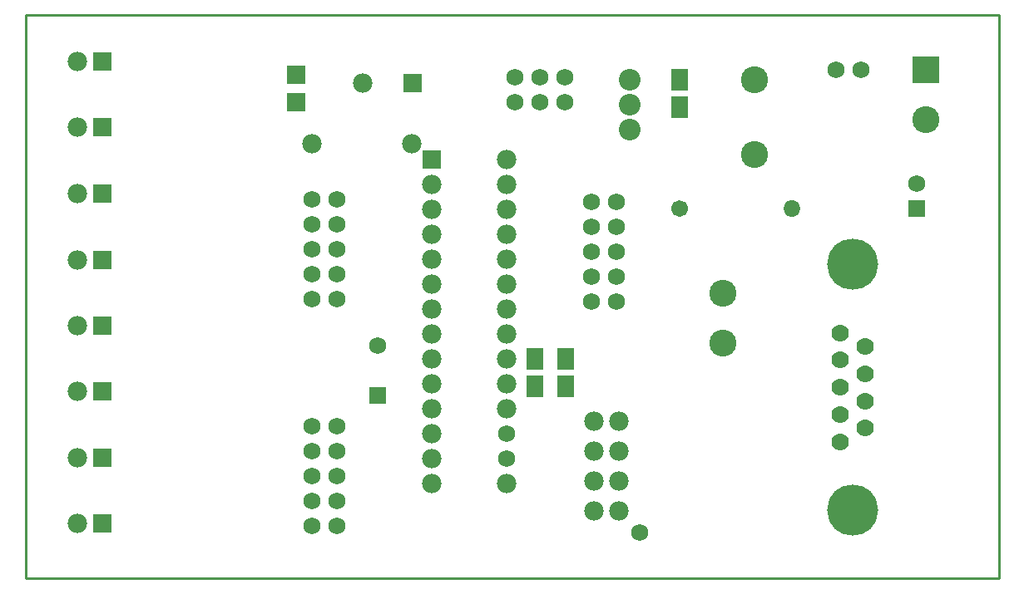
<source format=gbs>
%FSLAX23Y23*%
%MOIN*%
G70*
G01*
G75*
%ADD10C,0.015*%
%ADD11O,0.080X0.024*%
%ADD12R,0.120X0.060*%
%ADD13R,0.070X0.070*%
%ADD14R,0.087X0.050*%
%ADD15R,0.083X0.060*%
%ADD16C,0.020*%
%ADD17C,0.016*%
%ADD18C,0.070*%
%ADD19C,0.030*%
%ADD20C,0.040*%
%ADD21C,0.018*%
%ADD22C,0.050*%
%ADD23C,0.080*%
%ADD24C,0.010*%
%ADD25C,0.060*%
%ADD26R,0.060X0.060*%
%ADD27C,0.079*%
%ADD28C,0.079*%
%ADD29C,0.070*%
%ADD30C,0.059*%
%ADD31O,0.060X0.059*%
%ADD32C,0.100*%
%ADD33R,0.100X0.100*%
%ADD34C,0.062*%
%ADD35C,0.197*%
%ADD36R,0.060X0.083*%
%ADD37C,0.012*%
%ADD38C,0.025*%
%ADD39C,0.011*%
%ADD40O,0.088X0.032*%
%ADD41R,0.128X0.068*%
%ADD42R,0.078X0.078*%
%ADD43R,0.095X0.058*%
%ADD44R,0.090X0.068*%
%ADD45C,0.068*%
%ADD46R,0.068X0.068*%
%ADD47C,0.087*%
%ADD48C,0.087*%
%ADD49C,0.078*%
%ADD50C,0.067*%
%ADD51O,0.068X0.067*%
%ADD52C,0.108*%
%ADD53R,0.108X0.108*%
%ADD54C,0.205*%
%ADD55R,0.068X0.090*%
D24*
X8531Y6796D02*
Y9056D01*
Y6796D02*
X12371D01*
X8531Y9056D02*
X12371D01*
X8531D02*
X12431D01*
X8531D02*
X12371D01*
X8531Y6796D02*
X12431D01*
X8531D02*
Y9056D01*
X12431Y6796D02*
Y9056D01*
D29*
X11795Y7455D02*
D03*
Y7564D02*
D03*
X11895Y7400D02*
D03*
Y7509D02*
D03*
Y7618D02*
D03*
Y7727D02*
D03*
X11795Y7345D02*
D03*
Y7673D02*
D03*
Y7782D02*
D03*
D42*
X9616Y8706D02*
D03*
Y8819D02*
D03*
X10158Y8476D02*
D03*
X10081Y8784D02*
D03*
X8837Y7016D02*
D03*
Y8075D02*
D03*
Y7281D02*
D03*
Y8341D02*
D03*
Y7546D02*
D03*
Y8606D02*
D03*
Y7811D02*
D03*
Y8871D02*
D03*
D45*
X10798Y8006D02*
D03*
Y7906D02*
D03*
Y8106D02*
D03*
X10898D02*
D03*
Y8306D02*
D03*
X10798D02*
D03*
X10898Y7906D02*
D03*
Y8206D02*
D03*
Y8006D02*
D03*
X10798Y8206D02*
D03*
X9678Y8116D02*
D03*
X9778Y7916D02*
D03*
X9678Y8316D02*
D03*
X9778D02*
D03*
X9678Y7916D02*
D03*
X9778Y8116D02*
D03*
Y8216D02*
D03*
X9678Y8016D02*
D03*
Y8216D02*
D03*
X9778Y8016D02*
D03*
X9943Y7731D02*
D03*
X10458Y7376D02*
D03*
Y7276D02*
D03*
X11877Y8836D02*
D03*
X11777D02*
D03*
X9778Y7206D02*
D03*
X9678D02*
D03*
X9778Y7306D02*
D03*
X9678Y7006D02*
D03*
X9778D02*
D03*
X9678Y7406D02*
D03*
Y7106D02*
D03*
Y7306D02*
D03*
X9778Y7406D02*
D03*
Y7106D02*
D03*
X10592Y8806D02*
D03*
X10492Y8706D02*
D03*
X10592D02*
D03*
X10692D02*
D03*
Y8806D02*
D03*
X10492D02*
D03*
X12101Y8381D02*
D03*
X10991Y6981D02*
D03*
D46*
X9943Y7531D02*
D03*
X12101Y8281D02*
D03*
D47*
X10951Y8796D02*
D03*
D48*
Y8696D02*
D03*
Y8596D02*
D03*
D49*
X10458Y7776D02*
D03*
X10158Y8276D02*
D03*
Y7976D02*
D03*
Y7676D02*
D03*
Y8376D02*
D03*
Y8176D02*
D03*
Y8076D02*
D03*
Y7876D02*
D03*
Y7776D02*
D03*
Y7576D02*
D03*
Y7476D02*
D03*
Y7376D02*
D03*
Y7276D02*
D03*
Y7176D02*
D03*
X10458Y8476D02*
D03*
Y8376D02*
D03*
Y8276D02*
D03*
Y8176D02*
D03*
Y8076D02*
D03*
Y7976D02*
D03*
Y7876D02*
D03*
Y7676D02*
D03*
Y7576D02*
D03*
Y7476D02*
D03*
Y7176D02*
D03*
X9881Y8784D02*
D03*
X10908Y7426D02*
D03*
X10808D02*
D03*
X10908Y7066D02*
D03*
X10808D02*
D03*
X10908Y7306D02*
D03*
X10808D02*
D03*
X10908Y7186D02*
D03*
X10808D02*
D03*
X8737Y7016D02*
D03*
Y8075D02*
D03*
Y7281D02*
D03*
Y8341D02*
D03*
Y7546D02*
D03*
Y8606D02*
D03*
Y7811D02*
D03*
Y8871D02*
D03*
X9677Y8541D02*
D03*
X10077D02*
D03*
D50*
X11151Y8281D02*
D03*
D51*
X11601D02*
D03*
D52*
X12137Y8636D02*
D03*
X11326Y7741D02*
D03*
Y7941D02*
D03*
X11451Y8796D02*
D03*
Y8496D02*
D03*
D53*
X12137Y8836D02*
D03*
D54*
X11845Y7072D02*
D03*
Y8056D02*
D03*
D55*
X11151Y8799D02*
D03*
Y8686D02*
D03*
X10571Y7566D02*
D03*
Y7679D02*
D03*
X10696Y7566D02*
D03*
Y7679D02*
D03*
M02*

</source>
